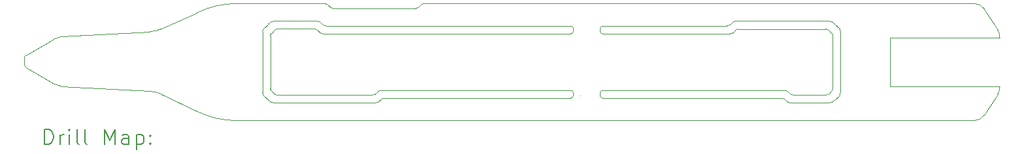
<source format=gbr>
%TF.GenerationSoftware,KiCad,Pcbnew,8.0.6*%
%TF.CreationDate,2024-11-19T14:30:18-08:00*%
%TF.ProjectId,V5ProbeTop,56355072-6f62-4655-946f-702e6b696361,rev?*%
%TF.SameCoordinates,Original*%
%TF.FileFunction,Drillmap*%
%TF.FilePolarity,Positive*%
%FSLAX45Y45*%
G04 Gerber Fmt 4.5, Leading zero omitted, Abs format (unit mm)*
G04 Created by KiCad (PCBNEW 8.0.6) date 2024-11-19 14:30:18*
%MOMM*%
%LPD*%
G01*
G04 APERTURE LIST*
%ADD10C,0.001000*%
%ADD11C,0.200000*%
G04 APERTURE END LIST*
D10*
X17080353Y-9088698D02*
G75*
G02*
X17118479Y-9101432I1817J-58002D01*
G01*
X18478500Y-8301156D02*
X18478500Y-8618656D01*
X10502765Y-9152056D02*
G75*
G02*
X10426716Y-9113972I5265J105486D01*
G01*
X11851238Y-9137231D02*
G75*
G02*
X11816147Y-9152054I-34228J32081D01*
G01*
X17689868Y-8085398D02*
G75*
G02*
X17765900Y-8123472I-5268J-105472D01*
G01*
X17189595Y-9152198D02*
G75*
G02*
X17154391Y-9137344I-935J46928D01*
G01*
X17730281Y-8246598D02*
X17686796Y-8203113D01*
X17740331Y-8967788D02*
G75*
G02*
X17730182Y-8991096I-33191J588D01*
G01*
X17842331Y-8222998D02*
X17842131Y-8618798D01*
X10462383Y-8246423D02*
X10505909Y-8202897D01*
X17740331Y-8621798D02*
X17740331Y-8619798D01*
X11063156Y-8085256D02*
X10502670Y-8085256D01*
X10452300Y-8615656D02*
X10452300Y-8967695D01*
X10462347Y-8990853D02*
G75*
G02*
X10452296Y-8967695I23093J23783D01*
G01*
X10462347Y-8990853D02*
X10505920Y-9034426D01*
X16477586Y-8085398D02*
X17689868Y-8085398D01*
X17118453Y-8987051D02*
X14758840Y-8986909D01*
X7634687Y-8324011D02*
G75*
G02*
X7745187Y-8287575I140933J-241629D01*
G01*
X17765903Y-8123470D02*
X17827612Y-8185178D01*
X10350300Y-8222654D02*
X10350500Y-8618656D01*
X19902879Y-8936156D02*
G75*
G02*
X19877450Y-9037807I-184169J-7934D01*
G01*
X17827612Y-8185178D02*
G75*
G02*
X17842332Y-8222998I-35652J-35652D01*
G01*
X10452300Y-8617656D02*
X10452300Y-8615656D01*
X16480642Y-8201869D02*
X16444683Y-8237829D01*
X19572904Y-7856656D02*
X12440363Y-7856656D01*
X16442541Y-8100224D02*
G75*
G02*
X16477586Y-8085398I34229J-32076D01*
G01*
X17730182Y-8991096D02*
X17686729Y-9034550D01*
X11172402Y-8148756D02*
X14345584Y-8148898D01*
X14725397Y-8216358D02*
X14725397Y-8182790D01*
X17647430Y-8187045D02*
G75*
G02*
X17686794Y-8203115I0J-56245D01*
G01*
X7289237Y-8692315D02*
G75*
G02*
X7266382Y-8659257I17653J36635D01*
G01*
X17765946Y-9114083D02*
G75*
G02*
X17689941Y-9152201I-81366J67403D01*
G01*
X10025090Y-7856656D02*
X11161324Y-7856656D01*
X17227695Y-9050551D02*
X17647430Y-9050551D01*
X18478500Y-8936156D02*
X19902879Y-8936156D01*
X12407076Y-7871439D02*
X12371060Y-7907455D01*
X11134306Y-8250403D02*
G75*
G02*
X11096169Y-8237659I-1826J57973D01*
G01*
X17118453Y-8987051D02*
G75*
G02*
X17156585Y-8999788I1817J-58009D01*
G01*
X11058084Y-8199571D02*
X11096170Y-8237657D01*
X11134306Y-8250403D02*
X14345582Y-8250545D01*
X17154392Y-9137343D02*
X17118480Y-9101431D01*
X14379466Y-9054670D02*
X14379466Y-9020892D01*
X19877482Y-8199560D02*
G75*
G02*
X19902878Y-8301156I-158812J-93670D01*
G01*
X12371060Y-7907455D02*
G75*
G02*
X12336639Y-7920156I-36300J45385D01*
G01*
X17080353Y-9088698D02*
X14759379Y-9088556D01*
X14379566Y-8216660D02*
G75*
G02*
X14345582Y-8250539I-33879J0D01*
G01*
X17686729Y-9034550D02*
G75*
G02*
X17647430Y-9050553I-39299J40250D01*
G01*
X17647430Y-9050550D02*
X17647430Y-9050551D01*
X14759381Y-8250545D02*
G75*
G02*
X14725402Y-8216358I-5J33975D01*
G01*
X11268693Y-7920156D02*
X12336639Y-7920156D01*
X17842331Y-9014803D02*
G75*
G02*
X17827614Y-9052414I-50341J-1987D01*
G01*
X14345584Y-8148898D02*
G75*
G02*
X14379568Y-8182881I-8J-33992D01*
G01*
X11925206Y-9088556D02*
X14345482Y-9088556D01*
X14345482Y-8986909D02*
G75*
G02*
X14379467Y-9020892I-6J-33991D01*
G01*
X14725397Y-8182790D02*
G75*
G02*
X14759380Y-8148891I33909J-10D01*
G01*
X9500646Y-9259974D02*
X9041850Y-9035221D01*
X16515757Y-8187045D02*
X17647430Y-8187045D01*
X11887199Y-9101271D02*
G75*
G02*
X11925206Y-9088558I36261J-45239D01*
G01*
X10505909Y-8202897D02*
G75*
G02*
X10545200Y-8186903I39291J-40263D01*
G01*
X16406460Y-8250545D02*
X14759381Y-8250545D01*
X17730281Y-8246598D02*
G75*
G02*
X17740331Y-8269932I-23081J-23772D01*
G01*
X11063156Y-8085256D02*
G75*
G02*
X11096200Y-8097940I944J-46924D01*
G01*
X10426684Y-8123372D02*
X10364670Y-8185386D01*
X16480642Y-8201869D02*
G75*
G02*
X16515757Y-8187049I34238J-32111D01*
G01*
X11851238Y-9137231D02*
X11887199Y-9101271D01*
X11172402Y-8148756D02*
G75*
G02*
X11134274Y-8136015I-1812J57996D01*
G01*
X7289194Y-8529783D02*
X7634687Y-8324011D01*
X17740331Y-8619798D02*
X17740331Y-8967788D01*
X19902880Y-8301156D02*
X18478500Y-8301156D01*
X11096200Y-8097940D02*
X11134274Y-8136015D01*
X7266379Y-8570035D02*
X7266379Y-8659257D01*
X10545200Y-9050409D02*
G75*
G02*
X10505920Y-9034426I0J56259D01*
G01*
X17765946Y-9114083D02*
X17827614Y-9052414D01*
X10350300Y-9014640D02*
X10350500Y-8618656D01*
X19702442Y-9310936D02*
X19877448Y-9037806D01*
X9500668Y-7977327D02*
X9041843Y-8186854D01*
X8891971Y-8999656D02*
G75*
G02*
X9041850Y-9035220I-17941J-409205D01*
G01*
X7289237Y-8692315D02*
X7634548Y-8897977D01*
X19572904Y-7856656D02*
G75*
G02*
X19702520Y-7926507I5626J-144744D01*
G01*
X14725397Y-9020800D02*
X14725397Y-9054211D01*
X8891971Y-8999656D02*
X7745167Y-8934496D01*
X10426684Y-8123372D02*
G75*
G02*
X10502670Y-8085256I81366J-67408D01*
G01*
X14470211Y-9054211D02*
X14470211Y-9054211D01*
X9500668Y-7977327D02*
G75*
G02*
X10025090Y-7856656I511482J-1022963D01*
G01*
X16442541Y-8100224D02*
X16406583Y-8136182D01*
X11849099Y-8999624D02*
G75*
G02*
X11887204Y-8986911I36271J-45256D01*
G01*
X10452300Y-8269663D02*
G75*
G02*
X10462382Y-8246423I33180J-587D01*
G01*
X16368447Y-8148898D02*
X14759380Y-8148898D01*
X16406583Y-8136182D02*
G75*
G02*
X16368447Y-8148898I-36293J45302D01*
G01*
X10365022Y-9052278D02*
G75*
G02*
X10350299Y-9014640I35608J35628D01*
G01*
X14379566Y-8182881D02*
X14379566Y-8216660D01*
X17842331Y-9014803D02*
X17842131Y-8618798D01*
X11778002Y-9050409D02*
X10545200Y-9050409D01*
X19702442Y-9310936D02*
G75*
G02*
X19572992Y-9380656I-123892J74996D01*
G01*
X17740331Y-8621798D02*
X17740331Y-8269932D01*
X7266379Y-8570035D02*
G75*
G02*
X7289193Y-8529779I40511J3635D01*
G01*
X11194700Y-7871556D02*
X11230590Y-7907447D01*
X12407076Y-7871439D02*
G75*
G02*
X12440363Y-7856656I34174J-32081D01*
G01*
X11887205Y-8986909D02*
X14345482Y-8986909D01*
X11268693Y-7920156D02*
G75*
G02*
X11230589Y-7907448I-1813J58046D01*
G01*
X17192471Y-9035676D02*
X17156584Y-8999789D01*
X19572992Y-9380656D02*
X10011840Y-9380656D01*
X18478500Y-8618656D02*
X18478500Y-8936156D01*
X9041843Y-8186854D02*
G75*
G02*
X8891916Y-8222418I-167833J373724D01*
G01*
X17189595Y-9152198D02*
X17689941Y-9152198D01*
X10011840Y-9380656D02*
G75*
G02*
X9500647Y-9259972I10J1143036D01*
G01*
X11813138Y-9035585D02*
G75*
G02*
X11778002Y-9050408I-34248J32125D01*
G01*
X14379466Y-9054670D02*
G75*
G02*
X14345482Y-9088559I-33889J0D01*
G01*
X11813138Y-9035585D02*
X11849099Y-8999624D01*
X10426716Y-9113972D02*
X10365022Y-9052278D01*
X11026939Y-8186903D02*
G75*
G02*
X11058084Y-8199571I-939J-46927D01*
G01*
X19702524Y-7926504D02*
X19877482Y-8199560D01*
X11161324Y-7856656D02*
G75*
G02*
X11194699Y-7871557I-954J-46964D01*
G01*
X10452300Y-8617656D02*
X10452300Y-8269663D01*
X14725397Y-9020800D02*
G75*
G02*
X14758840Y-8986904I33899J0D01*
G01*
X16444683Y-8237829D02*
G75*
G02*
X16406460Y-8250547I-36303J45309D01*
G01*
X11026939Y-8186903D02*
X10545200Y-8186903D01*
X17227695Y-9050551D02*
G75*
G02*
X17192471Y-9035676I-935J46931D01*
G01*
X10545200Y-8186903D02*
X10545200Y-8186903D01*
X7745167Y-8934496D02*
G75*
G02*
X7634547Y-8897979I30453J278056D01*
G01*
X8891916Y-8222419D02*
X7745187Y-8287575D01*
X11816147Y-9152056D02*
X10502765Y-9152056D01*
X10350300Y-8222654D02*
G75*
G02*
X10364672Y-8185387I50360J1985D01*
G01*
X14759379Y-9088556D02*
G75*
G02*
X14725402Y-9054211I-3J33976D01*
G01*
D11*
X7526943Y-9692297D02*
X7526943Y-9492297D01*
X7526943Y-9492297D02*
X7574562Y-9492297D01*
X7574562Y-9492297D02*
X7603134Y-9501820D01*
X7603134Y-9501820D02*
X7622182Y-9520868D01*
X7622182Y-9520868D02*
X7631705Y-9539916D01*
X7631705Y-9539916D02*
X7641229Y-9578011D01*
X7641229Y-9578011D02*
X7641229Y-9606582D01*
X7641229Y-9606582D02*
X7631705Y-9644677D01*
X7631705Y-9644677D02*
X7622182Y-9663725D01*
X7622182Y-9663725D02*
X7603134Y-9682773D01*
X7603134Y-9682773D02*
X7574562Y-9692297D01*
X7574562Y-9692297D02*
X7526943Y-9692297D01*
X7726943Y-9692297D02*
X7726943Y-9558963D01*
X7726943Y-9597058D02*
X7736467Y-9578011D01*
X7736467Y-9578011D02*
X7745991Y-9568487D01*
X7745991Y-9568487D02*
X7765039Y-9558963D01*
X7765039Y-9558963D02*
X7784086Y-9558963D01*
X7850753Y-9692297D02*
X7850753Y-9558963D01*
X7850753Y-9492297D02*
X7841229Y-9501820D01*
X7841229Y-9501820D02*
X7850753Y-9511344D01*
X7850753Y-9511344D02*
X7860277Y-9501820D01*
X7860277Y-9501820D02*
X7850753Y-9492297D01*
X7850753Y-9492297D02*
X7850753Y-9511344D01*
X7974562Y-9692297D02*
X7955515Y-9682773D01*
X7955515Y-9682773D02*
X7945991Y-9663725D01*
X7945991Y-9663725D02*
X7945991Y-9492297D01*
X8079324Y-9692297D02*
X8060277Y-9682773D01*
X8060277Y-9682773D02*
X8050753Y-9663725D01*
X8050753Y-9663725D02*
X8050753Y-9492297D01*
X8307896Y-9692297D02*
X8307896Y-9492297D01*
X8307896Y-9492297D02*
X8374563Y-9635154D01*
X8374563Y-9635154D02*
X8441229Y-9492297D01*
X8441229Y-9492297D02*
X8441229Y-9692297D01*
X8622182Y-9692297D02*
X8622182Y-9587535D01*
X8622182Y-9587535D02*
X8612658Y-9568487D01*
X8612658Y-9568487D02*
X8593610Y-9558963D01*
X8593610Y-9558963D02*
X8555515Y-9558963D01*
X8555515Y-9558963D02*
X8536467Y-9568487D01*
X8622182Y-9682773D02*
X8603134Y-9692297D01*
X8603134Y-9692297D02*
X8555515Y-9692297D01*
X8555515Y-9692297D02*
X8536467Y-9682773D01*
X8536467Y-9682773D02*
X8526944Y-9663725D01*
X8526944Y-9663725D02*
X8526944Y-9644677D01*
X8526944Y-9644677D02*
X8536467Y-9625630D01*
X8536467Y-9625630D02*
X8555515Y-9616106D01*
X8555515Y-9616106D02*
X8603134Y-9616106D01*
X8603134Y-9616106D02*
X8622182Y-9606582D01*
X8717420Y-9558963D02*
X8717420Y-9758963D01*
X8717420Y-9568487D02*
X8736467Y-9558963D01*
X8736467Y-9558963D02*
X8774563Y-9558963D01*
X8774563Y-9558963D02*
X8793610Y-9568487D01*
X8793610Y-9568487D02*
X8803134Y-9578011D01*
X8803134Y-9578011D02*
X8812658Y-9597058D01*
X8812658Y-9597058D02*
X8812658Y-9654201D01*
X8812658Y-9654201D02*
X8803134Y-9673249D01*
X8803134Y-9673249D02*
X8793610Y-9682773D01*
X8793610Y-9682773D02*
X8774563Y-9692297D01*
X8774563Y-9692297D02*
X8736467Y-9692297D01*
X8736467Y-9692297D02*
X8717420Y-9682773D01*
X8898372Y-9673249D02*
X8907896Y-9682773D01*
X8907896Y-9682773D02*
X8898372Y-9692297D01*
X8898372Y-9692297D02*
X8888848Y-9682773D01*
X8888848Y-9682773D02*
X8898372Y-9673249D01*
X8898372Y-9673249D02*
X8898372Y-9692297D01*
X8898372Y-9568487D02*
X8907896Y-9578011D01*
X8907896Y-9578011D02*
X8898372Y-9587535D01*
X8898372Y-9587535D02*
X8888848Y-9578011D01*
X8888848Y-9578011D02*
X8898372Y-9568487D01*
X8898372Y-9568487D02*
X8898372Y-9587535D01*
M02*

</source>
